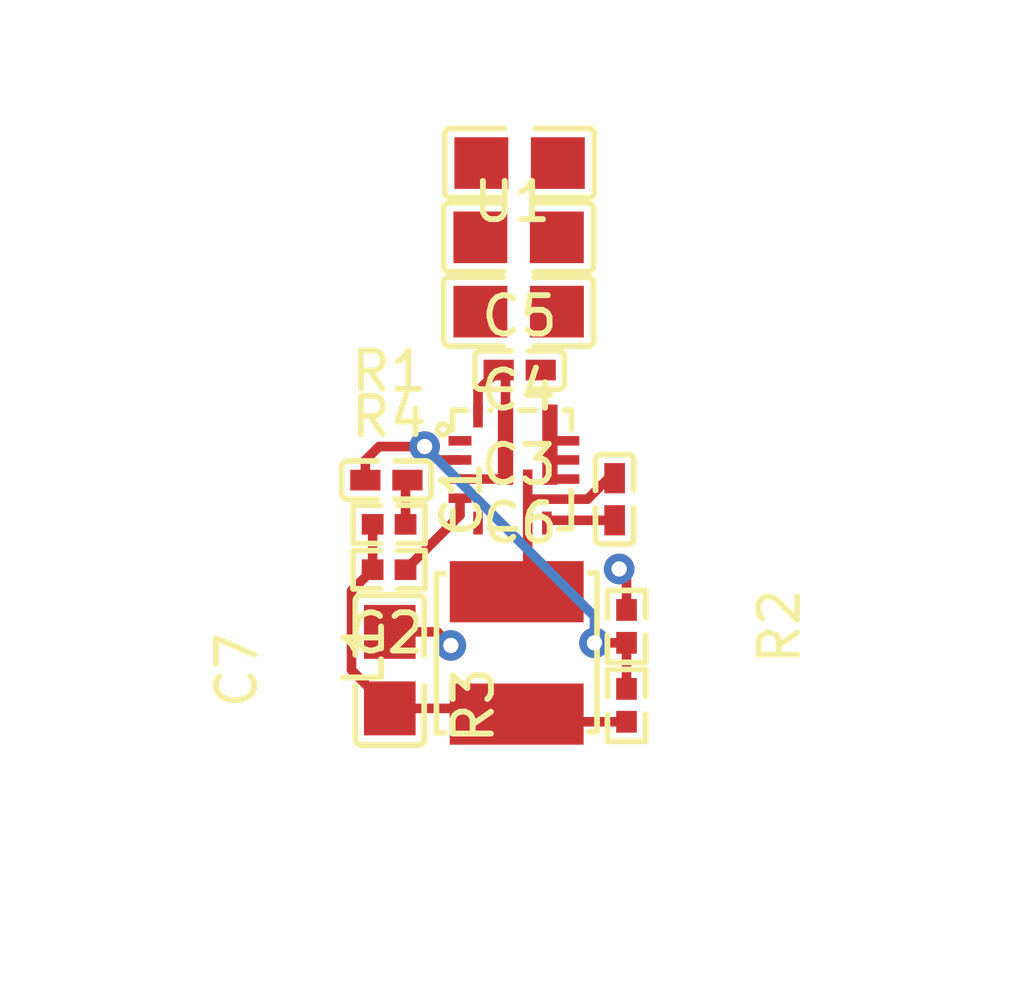
<source format=kicad_pcb>
(kicad_pcb (version 20240108) (generator "pcbnew") (generator_version "8.0")
  (layers (0 "F.Cu" signal) (31 "B.Cu" signal) (34 "B.Paste" user) (35 "F.Paste" user) (36 "B.SilkS" user "B.Silkscreen") (37 "F.SilkS" user "F.Silkscreen") (38 "B.Mask" user) (39 "F.Mask" user) (44 "Edge.Cuts" user))
  (net 0 "")
  (net 1 "net")
  (net 2 "en")
  (net 3 "net-2")
  (net 4 "net-3")
  (net 5 "net-7")
  (net 6 "net-4")
  (net 7 "net-5")
  (net 8 "net-6")
  (net 9 "regulator.footprint.pins[5].net-net")
  (net 10 "net-1")
  (footprint "lcsc:VQFN-HR-10_L3.0-W3.0_RPA" (layer "F.Cu") (at 143 100)
    (property "Reference" "U1" (at 0 -7 0) (layer "F.SilkS"))
    (property "Value" "_Texas_Instruments_TPS56637RPAR")
    (fp_line (start -1.55 -1.55) (end -1.55 -1.05) (stroke (width 0.15)) (layer "F.SilkS"))
    (fp_line (start -1.55 1.06) (end -1.55 1.55) (stroke (width 0.15)) (layer "F.SilkS"))
    (fp_line (start -1.55 1.55) (end -1.2 1.55) (stroke (width 0.15)) (layer "F.SilkS"))
    (fp_line (start -1.2 -1.55) (end -1.55 -1.55) (stroke (width 0.15)) (layer "F.SilkS"))
    (fp_line (start -0.58 1.55) (end 0.11 1.55) (stroke (width 0.15)) (layer "F.SilkS"))
    (fp_line (start -0.55 -1.55) (end -0.58 -1.55) (stroke (width 0.15)) (layer "F.SilkS"))
    (fp_line (start 0.61 -1.55) (end 0.21 -1.55) (stroke (width 0.15)) (layer "F.SilkS"))
    (fp_line (start 1.22 1.55) (end 1.55 1.55) (stroke (width 0.15)) (layer "F.SilkS"))
    (fp_line (start 1.55 -1.55) (end 1.37 -1.55) (stroke (width 0.15)) (layer "F.SilkS"))
    (fp_line (start 1.55 -1.05) (end 1.55 -1.55) (stroke (width 0.15)) (layer "F.SilkS"))
    (fp_line (start 1.55 1.55) (end 1.55 0.56) (stroke (width 0.15)) (layer "F.SilkS"))
    (fp_circle (center -1.8 -1.05) (end -1.73 -1.05) (stroke (width 0.15)) (fill none) (layer "F.SilkS"))
    (fp_text user "${REFERENCE}" (at 0 -7 0) (layer "F.SilkS"))
    (pad "1" smd rect (at -1.36 -0.75) (size 0.6 0.25) (layers "F.Cu" "F.Paste" "F.Mask") (net 2 "en"))
    (pad "2" smd rect (at -1.36 -0.25) (size 0.6 0.25) (layers "F.Cu" "F.Paste" "F.Mask") (net 6 "net-4"))
    (pad "3" smd rect (at -1.36 0.25) (size 0.6 0.25) (layers "F.Cu" "F.Paste" "F.Mask") (net 4 "net-3"))
    (pad "4" smd rect (at -1.36 0.75) (size 0.6 0.25) (layers "F.Cu" "F.Paste" "F.Mask") (net 5 "net-7"))
    (pad "5" smd rect (at -0.89 1.4 270) (size 0.6 0.25) (layers "F.Cu" "F.Paste" "F.Mask") (net 9 "regulator.footprint.pins[5].net-net"))
    (pad "6" smd rect (at 0.41 0.85) (size 0.25 1.7) (layers "F.Cu" "F.Paste" "F.Mask") (net 8 "net-6"))
    (pad "7" smd rect (at 0.91 1.4 270) (size 0.6 0.25) (layers "F.Cu" "F.Paste" "F.Mask") (net 7 "net-5"))
    (pad "8" smd rect (at 0.99 -0.65) (size 0.4 2.1) (layers "F.Cu" "F.Paste" "F.Mask") (net 3 "net-2"))
    (pad "8" smd rect (at 1.36 -0.75) (size 0.8 0.25) (layers "F.Cu" "F.Paste" "F.Mask") (net 3 "net-2"))
    (pad "8" smd rect (at 1.36 -0.25) (size 0.8 0.25) (layers "F.Cu" "F.Paste" "F.Mask") (net 3 "net-2"))
    (pad "8" smd rect (at 1.36 0.25) (size 0.8 0.25) (layers "F.Cu" "F.Paste" "F.Mask") (net 3 "net-2"))
    (pad "9" smd rect (at -0.17 -0.65) (size 0.4 2.1) (layers "F.Cu" "F.Paste" "F.Mask") (net 4 "net-3"))
    (pad "10" smd rect (at -0.89 -1.4 270) (size 0.6 0.25) (layers "F.Cu" "F.Paste" "F.Mask") (net 4 "net-3"))
  )
  (footprint "lcsc:C0805" (layer "F.Cu") (at 139.803588 105.245281 90)
    (property "Reference" "C7" (at 0 -4 90) (layer "F.SilkS"))
    (property "Value" "47µF ±20% 6.3V X5R")
    (fp_line (start 1.81 -0.9) (end 0.4 -0.9) (stroke (width 0.15)) (layer "F.SilkS"))
    (fp_line (start -1.81 -0.9) (end -0.4 -0.9) (stroke (width 0.15)) (layer "F.SilkS"))
    (fp_line (start 1.96 0.75) (end 1.96 -0.75) (stroke (width 0.15)) (layer "F.SilkS"))
    (fp_line (start -1.96 0.75) (end -1.96 -0.75) (stroke (width 0.15)) (layer "F.SilkS"))
    (fp_line (start 0.4 0.9) (end 1.81 0.9) (stroke (width 0.15)) (layer "F.SilkS"))
    (fp_line (start -0.4 0.9) (end -1.81 0.9) (stroke (width 0.15)) (layer "F.SilkS"))
    (fp_arc (start 1.81 -0.9) (mid 1.916066 -0.856066) (end 1.96 -0.75) (stroke (width 0.15)) (layer "F.SilkS"))
    (fp_arc (start -1.96 -0.75) (mid -1.916066 -0.856066) (end -1.81 -0.9) (stroke (width 0.15)) (layer "F.SilkS"))
    (fp_arc (start 1.96 0.75) (mid 1.916066 0.856066) (end 1.81 0.9) (stroke (width 0.15)) (layer "F.SilkS"))
    (fp_arc (start -1.81 0.9) (mid -1.916066 0.856066) (end -1.96 0.75) (stroke (width 0.15)) (layer "F.SilkS"))
    (fp_text user "${REFERENCE}" (at 0 -4 90) (layer "F.SilkS"))
    (pad "1" smd rect (at -1 0 90) (size 1.41 1.35) (layers "F.Cu" "F.Paste" "F.Mask") (net 1 "net"))
    (pad "2" smd rect (at 1 0 90) (size 1.41 1.35) (layers "F.Cu" "F.Paste" "F.Mask") (net 4 "net-3"))
  )
  (footprint "lcsc:C0805" (layer "F.Cu") (at 143.171455 93.929616 180)
    (property "Reference" "C4" (at 0 -4 0) (layer "F.SilkS"))
    (property "Value" "")
    (fp_line (start 1.96 0.75) (end 1.96 -0.75) (stroke (width 0.15)) (layer "F.SilkS"))
    (fp_line (start 1.81 -0.9) (end 0.4 -0.9) (stroke (width 0.15)) (layer "F.SilkS"))
    (fp_line (start 0.4 0.9) (end 1.81 0.9) (stroke (width 0.15)) (layer "F.SilkS"))
    (fp_line (start -0.4 0.9) (end -1.81 0.9) (stroke (width 0.15)) (layer "F.SilkS"))
    (fp_line (start -1.81 -0.9) (end -0.4 -0.9) (stroke (width 0.15)) (layer "F.SilkS"))
    (fp_line (start -1.96 0.75) (end -1.96 -0.75) (stroke (width 0.15)) (layer "F.SilkS"))
    (fp_arc (start 1.96 0.75) (mid 1.916066 0.856066) (end 1.81 0.9) (stroke (width 0.15)) (layer "F.SilkS"))
    (fp_arc (start 1.81 -0.9) (mid 1.916066 -0.856066) (end 1.96 -0.75) (stroke (width 0.15)) (layer "F.SilkS"))
    (fp_arc (start -1.81 0.9) (mid -1.916066 0.856066) (end -1.96 0.75) (stroke (width 0.15)) (layer "F.SilkS"))
    (fp_arc (start -1.96 -0.75) (mid -1.916066 -0.856066) (end -1.81 -0.9) (stroke (width 0.15)) (layer "F.SilkS"))
    (fp_text user "${REFERENCE}" (at 0 -4 0) (layer "F.SilkS"))
    (pad "1" smd rect (at -1 0 180) (size 1.41 1.35) (layers "F.Cu" "F.Paste" "F.Mask") (net 3 "net-2"))
    (pad "2" smd rect (at 1 0 180) (size 1.41 1.35) (layers "F.Cu" "F.Paste" "F.Mask") (net 4 "net-3"))
  )
  (footprint "lcsc:R0402" (layer "F.Cu") (at 145.992678 106.165253 90)
    (property "Reference" "R3" (at 0 -4 90) (layer "F.SilkS"))
    (property "Value" "75kΩ ±5% 62.5mW")
    (fp_line (start 0.94 -0.5) (end 0.23 -0.5) (stroke (width 0.15)) (layer "F.SilkS"))
    (fp_line (start -0.94 -0.5) (end -0.23 -0.5) (stroke (width 0.15)) (layer "F.SilkS"))
    (fp_line (start 0.94 0.5) (end 0.94 -0.5) (stroke (width 0.15)) (layer "F.SilkS"))
    (fp_line (start 0.23 0.5) (end 0.94 0.5) (stroke (width 0.15)) (layer "F.SilkS"))
    (fp_line (start -0.23 0.5) (end -0.94 0.5) (stroke (width 0.15)) (layer "F.SilkS"))
    (fp_line (start -0.94 0.5) (end -0.94 -0.5) (stroke (width 0.15)) (layer "F.SilkS"))
    (fp_text user "${REFERENCE}" (at 0 -4 90) (layer "F.SilkS"))
    (pad "1" smd rect (at -0.43 0 90) (size 0.57 0.54) (layers "F.Cu" "F.Paste" "F.Mask") (net 1 "net"))
    (pad "2" smd rect (at 0.43 0 90) (size 0.57 0.54) (layers "F.Cu" "F.Paste" "F.Mask") (net 6 "net-4"))
  )
  (footprint "lcsc:C0402" (layer "F.Cu") (at 145.682267 100.777325 90)
    (property "Reference" "C1" (at 0 -4 90) (layer "F.SilkS"))
    (property "Value" "")
    (fp_line (start 1.02 -0.5) (end 0.23 -0.5) (stroke (width 0.15)) (layer "F.SilkS"))
    (fp_line (start -1.02 -0.5) (end -0.23 -0.5) (stroke (width 0.15)) (layer "F.SilkS"))
    (fp_line (start 1.17 0.35) (end 1.17 -0.35) (stroke (width 0.15)) (layer "F.SilkS"))
    (fp_line (start -1.17 0.35) (end -1.17 -0.35) (stroke (width 0.15)) (layer "F.SilkS"))
    (fp_line (start 0.23 0.5) (end 1.02 0.5) (stroke (width 0.15)) (layer "F.SilkS"))
    (fp_line (start -0.23 0.5) (end -1.02 0.5) (stroke (width 0.15)) (layer "F.SilkS"))
    (fp_arc (start 1.02 -0.5) (mid 1.126066 -0.456066) (end 1.17 -0.35) (stroke (width 0.15)) (layer "F.SilkS"))
    (fp_arc (start -1.17 -0.35) (mid -1.126066 -0.456066) (end -1.02 -0.5) (stroke (width 0.15)) (layer "F.SilkS"))
    (fp_arc (start 1.17 0.35) (mid 1.126066 0.456066) (end 1.02 0.5) (stroke (width 0.15)) (layer "F.SilkS"))
    (fp_arc (start -1.02 0.5) (mid -1.126066 0.456066) (end -1.17 0.35) (stroke (width 0.15)) (layer "F.SilkS"))
    (fp_text user "${REFERENCE}" (at 0 -4 90) (layer "F.SilkS"))
    (pad "1" smd rect (at -0.55 0 90) (size 0.79 0.54) (layers "F.Cu" "F.Paste" "F.Mask") (net 7 "net-5"))
    (pad "2" smd rect (at 0.55 0 90) (size 0.79 0.54) (layers "F.Cu" "F.Paste" "F.Mask") (net 8 "net-6"))
  )
  (footprint "lcsc:R0402" (layer "F.Cu") (at 139.784841 102.619796)
    (property "Reference" "R4" (at 0 -4 0) (layer "F.SilkS"))
    (property "Value" "100kΩ ±1% 62.5mW")
    (fp_line (start -0.94 -0.5) (end -0.23 -0.5) (stroke (width 0.15)) (layer "F.SilkS"))
    (fp_line (start -0.94 0.5) (end -0.94 -0.5) (stroke (width 0.15)) (layer "F.SilkS"))
    (fp_line (start -0.23 0.5) (end -0.94 0.5) (stroke (width 0.15)) (layer "F.SilkS"))
    (fp_line (start 0.23 0.5) (end 0.94 0.5) (stroke (width 0.15)) (layer "F.SilkS"))
    (fp_line (start 0.94 -0.5) (end 0.23 -0.5) (stroke (width 0.15)) (layer "F.SilkS"))
    (fp_line (start 0.94 0.5) (end 0.94 -0.5) (stroke (width 0.15)) (layer "F.SilkS"))
    (fp_text user "${REFERENCE}" (at 0 -4 0) (layer "F.SilkS"))
    (pad "1" smd rect (at -0.43 0) (size 0.57 0.54) (layers "F.Cu" "F.Paste" "F.Mask") (net 1 "net"))
    (pad "2" smd rect (at 0.43 0) (size 0.57 0.54) (layers "F.Cu" "F.Paste" "F.Mask") (net 5 "net-7"))
  )
  (footprint "lcsc:R0402" (layer "F.Cu") (at 145.993519 104.101574 -90)
    (property "Reference" "R2" (at 0 -4 90) (layer "F.SilkS"))
    (property "Value" "10kΩ ±1% 62.5mW")
    (fp_line (start -0.94 0.5) (end -0.94 -0.5) (stroke (width 0.15)) (layer "F.SilkS"))
    (fp_line (start -0.23 0.5) (end -0.94 0.5) (stroke (width 0.15)) (layer "F.SilkS"))
    (fp_line (start 0.23 0.5) (end 0.94 0.5) (stroke (width 0.15)) (layer "F.SilkS"))
    (fp_line (start 0.94 0.5) (end 0.94 -0.5) (stroke (width 0.15)) (layer "F.SilkS"))
    (fp_line (start -0.94 -0.5) (end -0.23 -0.5) (stroke (width 0.15)) (layer "F.SilkS"))
    (fp_line (start 0.94 -0.5) (end 0.23 -0.5) (stroke (width 0.15)) (layer "F.SilkS"))
    (fp_text user "${REFERENCE}" (at 0 -4 90) (layer "F.SilkS"))
    (pad "1" smd rect (at -0.43 0 270) (size 0.57 0.54) (layers "F.Cu" "F.Paste" "F.Mask") (net 4 "net-3"))
    (pad "2" smd rect (at 0.43 0 270) (size 0.57 0.54) (layers "F.Cu" "F.Paste" "F.Mask") (net 6 "net-4"))
  )
  (footprint "lcsc:R0402" (layer "F.Cu") (at 139.78575 101.4343)
    (property "Reference" "R1" (at 0 -4 0) (layer "F.SilkS"))
    (property "Value" "20kΩ ±1% 62.5mW")
    (fp_line (start -0.94 -0.5) (end -0.23 -0.5) (stroke (width 0.15)) (layer "F.SilkS"))
    (fp_line (start -0.94 0.5) (end -0.94 -0.5) (stroke (width 0.15)) (layer "F.SilkS"))
    (fp_line (start -0.23 0.5) (end -0.94 0.5) (stroke (width 0.15)) (layer "F.SilkS"))
    (fp_line (start 0.23 0.5) (end 0.94 0.5) (stroke (width 0.15)) (layer "F.SilkS"))
    (fp_line (start 0.94 -0.5) (end 0.23 -0.5) (stroke (width 0.15)) (layer "F.SilkS"))
    (fp_line (start 0.94 0.5) (end 0.94 -0.5) (stroke (width 0.15)) (layer "F.SilkS"))
    (fp_text user "${REFERENCE}" (at 0 -4 0) (layer "F.SilkS"))
    (pad "1" smd rect (at -0.43 0) (size 0.57 0.54) (layers "F.Cu" "F.Paste" "F.Mask") (net 1 "net"))
    (pad "2" smd rect (at 0.43 0) (size 0.57 0.54) (layers "F.Cu" "F.Paste" "F.Mask") (net 10 "net-1"))
  )
  (footprint "lcsc:IND-SMD_L4.0-W4.0" (layer "F.Cu") (at 143.121924 104.794587 90)
    (property "Reference" "L1" (at 0 -4 90) (layer "F.SilkS"))
    (property "Value" "3.3µH ±20% 4A 73mΩ")
    (fp_line (start 2.08 -2.1) (end -2.09 -2.1) (stroke (width 0.15)) (layer "F.SilkS"))
    (fp_line (start -2.09 -2.1) (end -2.09 -1.88) (stroke (width 0.15)) (layer "F.SilkS"))
    (fp_line (start 2.07 -1.9) (end 2.08 -2.1) (stroke (width 0.15)) (layer "F.SilkS"))
    (fp_line (start -2.06 1.89) (end -2.06 2.1) (stroke (width 0.15)) (layer "F.SilkS"))
    (fp_line (start 2.09 2.1) (end 2.09 1.9) (stroke (width 0.15)) (layer "F.SilkS"))
    (fp_line (start -2.06 2.1) (end 2.09 2.1) (stroke (width 0.15)) (layer "F.SilkS"))
    (fp_text user "${REFERENCE}" (at 0 -4 90) (layer "F.SilkS"))
    (pad "1" smd rect (at -1.6 0 90) (size 1.6 3.5) (layers "F.Cu" "F.Paste" "F.Mask") (net 1 "net"))
    (pad "2" smd rect (at 1.6 0 90) (size 1.6 3.5) (layers "F.Cu" "F.Paste" "F.Mask") (net 8 "net-6"))
  )
  (footprint "lcsc:C0805" (layer "F.Cu") (at 143.197158 91.988451 180)
    (property "Reference" "C5" (at 0 -4 0) (layer "F.SilkS"))
    (property "Value" "")
    (fp_line (start 1.96 0.75) (end 1.96 -0.75) (stroke (width 0.15)) (layer "F.SilkS"))
    (fp_line (start 1.81 -0.9) (end 0.4 -0.9) (stroke (width 0.15)) (layer "F.SilkS"))
    (fp_line (start 0.4 0.9) (end 1.81 0.9) (stroke (width 0.15)) (layer "F.SilkS"))
    (fp_line (start -0.4 0.9) (end -1.81 0.9) (stroke (width 0.15)) (layer "F.SilkS"))
    (fp_line (start -1.81 -0.9) (end -0.4 -0.9) (stroke (width 0.15)) (layer "F.SilkS"))
    (fp_line (start -1.96 0.75) (end -1.96 -0.75) (stroke (width 0.15)) (layer "F.SilkS"))
    (fp_arc (start 1.96 0.75) (mid 1.916066 0.856066) (end 1.81 0.9) (stroke (width 0.15)) (layer "F.SilkS"))
    (fp_arc (start 1.81 -0.9) (mid 1.916066 -0.856066) (end 1.96 -0.75) (stroke (width 0.15)) (layer "F.SilkS"))
    (fp_arc (start -1.81 0.9) (mid -1.916066 0.856066) (end -1.96 0.75) (stroke (width 0.15)) (layer "F.SilkS"))
    (fp_arc (start -1.96 -0.75) (mid -1.916066 -0.856066) (end -1.81 -0.9) (stroke (width 0.15)) (layer "F.SilkS"))
    (fp_text user "${REFERENCE}" (at 0 -4 0) (layer "F.SilkS"))
    (pad "1" smd rect (at -1 0 180) (size 1.41 1.35) (layers "F.Cu" "F.Paste" "F.Mask") (net 3 "net-2"))
    (pad "2" smd rect (at 1 0 180) (size 1.41 1.35) (layers "F.Cu" "F.Paste" "F.Mask") (net 4 "net-3"))
  )
  (footprint "lcsc:C0402" (layer "F.Cu") (at 139.714577 100.277746 180)
    (property "Reference" "C2" (at 0 -4 0) (layer "F.SilkS"))
    (property "Value" "100pF ±5% 50V C0G")
    (fp_line (start 1.17 0.35) (end 1.17 -0.35) (stroke (width 0.15)) (layer "F.SilkS"))
    (fp_line (start 1.02 -0.5) (end 0.23 -0.5) (stroke (width 0.15)) (layer "F.SilkS"))
    (fp_line (start 0.23 0.5) (end 1.02 0.5) (stroke (width 0.15)) (layer "F.SilkS"))
    (fp_line (start -0.23 0.5) (end -1.02 0.5) (stroke (width 0.15)) (layer "F.SilkS"))
    (fp_line (start -1.02 -0.5) (end -0.23 -0.5) (stroke (width 0.15)) (layer "F.SilkS"))
    (fp_line (start -1.17 0.35) (end -1.17 -0.35) (stroke (width 0.15)) (layer "F.SilkS"))
    (fp_arc (start 1.17 0.35) (mid 1.126066 0.456066) (end 1.02 0.5) (stroke (width 0.15)) (layer "F.SilkS"))
    (fp_arc (start 1.02 -0.5) (mid 1.126066 -0.456066) (end 1.17 -0.35) (stroke (width 0.15)) (layer "F.SilkS"))
    (fp_arc (start -1.02 0.5) (mid -1.126066 0.456066) (end -1.17 0.35) (stroke (width 0.15)) (layer "F.SilkS"))
    (fp_arc (start -1.17 -0.35) (mid -1.126066 -0.456066) (end -1.02 -0.5) (stroke (width 0.15)) (layer "F.SilkS"))
    (fp_text user "${REFERENCE}" (at 0 -4 0) (layer "F.SilkS"))
    (pad "1" smd rect (at -0.55 0 180) (size 0.79 0.54) (layers "F.Cu" "F.Paste" "F.Mask") (net 10 "net-1"))
    (pad "2" smd rect (at 0.55 0 180) (size 0.79 0.54) (layers "F.Cu" "F.Paste" "F.Mask") (net 6 "net-4"))
  )
  (footprint "lcsc:C0805" (layer "F.Cu") (at 143.172932 95.873089 180)
    (property "Reference" "C3" (at 0 -4 0) (layer "F.SilkS"))
    (property "Value" "4.7µF ±10% 25V X5R")
    (fp_line (start 1.96 0.75) (end 1.96 -0.75) (stroke (width 0.15)) (layer "F.SilkS"))
    (fp_line (start 1.81 -0.9) (end 0.4 -0.9) (stroke (width 0.15)) (layer "F.SilkS"))
    (fp_line (start 0.4 0.9) (end 1.81 0.9) (stroke (width 0.15)) (layer "F.SilkS"))
    (fp_line (start -0.4 0.9) (end -1.81 0.9) (stroke (width 0.15)) (layer "F.SilkS"))
    (fp_line (start -1.81 -0.9) (end -0.4 -0.9) (stroke (width 0.15)) (layer "F.SilkS"))
    (fp_line (start -1.96 0.75) (end -1.96 -0.75) (stroke (width 0.15)) (layer "F.SilkS"))
    (fp_arc (start 1.96 0.75) (mid 1.916066 0.856066) (end 1.81 0.9) (stroke (width 0.15)) (layer "F.SilkS"))
    (fp_arc (start 1.81 -0.9) (mid 1.916066 -0.856066) (end 1.96 -0.75) (stroke (width 0.15)) (layer "F.SilkS"))
    (fp_arc (start -1.81 0.9) (mid -1.916066 0.856066) (end -1.96 0.75) (stroke (width 0.15)) (layer "F.SilkS"))
    (fp_arc (start -1.96 -0.75) (mid -1.916066 -0.856066) (end -1.81 -0.9) (stroke (width 0.15)) (layer "F.SilkS"))
    (fp_text user "${REFERENCE}" (at 0 -4 0) (layer "F.SilkS"))
    (pad "1" smd rect (at -1 0 180) (size 1.41 1.35) (layers "F.Cu" "F.Paste" "F.Mask") (net 3 "net-2"))
    (pad "2" smd rect (at 1 0 180) (size 1.41 1.35) (layers "F.Cu" "F.Paste" "F.Mask") (net 4 "net-3"))
  )
  (footprint "lcsc:C0402" (layer "F.Cu") (at 143.2 97.4 180)
    (property "Reference" "C6" (at 0 -4 0) (layer "F.SilkS"))
    (property "Value" "100nF ±10% 16V X7R")
    (fp_line (start 1.17 0.35) (end 1.17 -0.35) (stroke (width 0.15)) (layer "F.SilkS"))
    (fp_line (start 1.02 -0.5) (end 0.23 -0.5) (stroke (width 0.15)) (layer "F.SilkS"))
    (fp_line (start 0.23 0.5) (end 1.02 0.5) (stroke (width 0.15)) (layer "F.SilkS"))
    (fp_line (start -0.23 0.5) (end -1.02 0.5) (stroke (width 0.15)) (layer "F.SilkS"))
    (fp_line (start -1.02 -0.5) (end -0.23 -0.5) (stroke (width 0.15)) (layer "F.SilkS"))
    (fp_line (start -1.17 0.35) (end -1.17 -0.35) (stroke (width 0.15)) (layer "F.SilkS"))
    (fp_arc (start 1.17 0.35) (mid 1.126066 0.456066) (end 1.02 0.5) (stroke (width 0.15)) (layer "F.SilkS"))
    (fp_arc (start 1.02 -0.5) (mid 1.126066 -0.456066) (end 1.17 -0.35) (stroke (width 0.15)) (layer "F.SilkS"))
    (fp_arc (start -1.02 0.5) (mid -1.126066 0.456066) (end -1.17 0.35) (stroke (width 0.15)) (layer "F.SilkS"))
    (fp_arc (start -1.17 -0.35) (mid -1.126066 -0.456066) (end -1.02 -0.5) (stroke (width 0.15)) (layer "F.SilkS"))
    (fp_text user "${REFERENCE}" (at 0 -4 0) (layer "F.SilkS"))
    (pad "1" smd rect (at -0.55 0 180) (size 0.79 0.54) (layers "F.Cu" "F.Paste" "F.Mask") (net 3 "net-2"))
    (pad "2" smd rect (at 0.55 0 180) (size 0.79 0.54) (layers "F.Cu" "F.Paste" "F.Mask") (net 4 "net-3"))
  )
  (segment (start 139.35575 101.4343) (end 139.35575 102.618887) (width 0.25) (layer "F.Cu") (net 1))
  (segment (start 145.992678 106.595253) (end 143.32259 106.595253) (width 0.25) (layer "F.Cu") (net 1))
  (segment (start 139.803588 106.245281) (end 138.803588 105.245281) (width 0.25) (layer "F.Cu") (net 1))
  (segment (start 139.803588 106.245281) (end 142.972618 106.245281) (width 0.25) (layer "F.Cu") (net 1))
  (segment (start 138.803588 103.171049) (end 139.354841 102.619796) (width 0.25) (layer "F.Cu") (net 1))
  (segment (start 138.803588 105.245281) (end 138.803588 103.171049) (width 0.25) (layer "F.Cu") (net 1))
  (segment (start 142.972618 106.245281) (end 143.121924 106.394587) (width 0.25) (layer "F.Cu") (net 1))
  (segment (start 143.32259 106.595253) (end 143.121924 106.394587) (width 0.25) (layer "F.Cu") (net 1))
  (segment (start 139.35575 102.618887) (end 139.354841 102.619796) (width 0.25) (layer "F.Cu") (net 1))
  (segment (start 139.803588 104.245281) (end 141.045281 104.245281) (width 0.25) (layer "F.Cu") (net 4))
  (segment (start 142.11 98.6) (end 142.11 97.94) (width 0.25) (layer "F.Cu") (net 4))
  (segment (start 145.993519 103.671574) (end 145.993519 102.793519) (width 0.25) (layer "F.Cu") (net 4))
  (segment (start 142.83 100.200832) (end 142.83 99.35) (width 0.25) (layer "F.Cu") (net 4))
  (segment (start 141.045281 104.245281) (end 141.4 104.6) (width 0.25) (layer "F.Cu") (net 4))
  (segment (start 142.83 99.35) (end 142.83 97.58) (width 0.25) (layer "F.Cu") (net 4))
  (segment (start 142.780832 100.25) (end 142.83 100.200832) (width 0.25) (layer "F.Cu") (net 4))
  (segment (start 142.83 97.58) (end 142.65 97.4) (width 0.25) (layer "F.Cu") (net 4))
  (segment (start 141.64 100.25) (end 142.780832 100.25) (width 0.25) (layer "F.Cu") (net 4))
  (segment (start 142.11 97.94) (end 142.65 97.4) (width 0.25) (layer "F.Cu") (net 4))
  (segment (start 145.993519 102.793519) (end 145.8 102.6) (width 0.25) (layer "F.Cu") (net 4))
  (via (at 145.8 102.6) (size 0.8) (drill 0.4) (layers "F.Cu" "B.Cu") (net 4))
  (via (at 141.4 104.6) (size 0.8) (drill 0.4) (layers "F.Cu" "B.Cu") (net 4))
  (segment (start 141.64 100.75) (end 141.64 101.194637) (width 0.25) (layer "F.Cu") (net 5))
  (segment (start 141.64 101.194637) (end 140.214841 102.619796) (width 0.25) (layer "F.Cu") (net 5))
  (segment (start 145.993519 105.734412) (end 145.992678 105.735253) (width 0.25) (layer "F.Cu") (net 6))
  (segment (start 141.065 99.75) (end 141.64 99.75) (width 0.25) (layer "F.Cu") (net 6))
  (segment (start 139.522323 99.4) (end 140.715 99.4) (width 0.25) (layer "F.Cu") (net 6))
  (segment (start 139.164577 99.757746) (end 139.522323 99.4) (width 0.25) (layer "F.Cu") (net 6))
  (segment (start 140.715 99.4) (end 141.065 99.75) (width 0.25) (layer "F.Cu") (net 6))
  (segment (start 139.164577 100.277746) (end 139.164577 99.757746) (width 0.25) (layer "F.Cu") (net 6))
  (segment (start 145.993519 104.531574) (end 145.993519 105.734412) (width 0.25) (layer "F.Cu") (net 6))
  (segment (start 145.154676 104.531574) (end 145.993519 104.531574) (width 0.25) (layer "F.Cu") (net 6))
  (via (at 140.715 99.4) (size 0.8) (drill 0.4) (layers "F.Cu" "B.Cu") (net 6))
  (via (at 145.154676 104.531574) (size 0.8) (drill 0.4) (layers "F.Cu" "B.Cu") (net 6))
  (segment (start 145.154676 104.531574) (end 145.154676 103.839676) (width 0.25) (layer "B.Cu") (net 6))
  (segment (start 145.154676 103.839676) (end 140.715 99.4) (width 0.25) (layer "B.Cu") (net 6))
  (segment (start 143.982675 101.327325) (end 143.91 101.4) (width 0.25) (layer "F.Cu") (net 7))
  (segment (start 145.682267 101.327325) (end 143.982675 101.327325) (width 0.25) (layer "F.Cu") (net 7))
  (segment (start 143.41 100.85) (end 143.41 102.906511) (width 0.25) (layer "F.Cu") (net 8))
  (segment (start 143.41 100.85) (end 143.485 100.775) (width 0.25) (layer "F.Cu") (net 8))
  (segment (start 144.975 100.775) (end 145.522675 100.227325) (width 0.25) (layer "F.Cu") (net 8))
  (segment (start 143.41 102.906511) (end 143.121924 103.194587) (width 0.25) (layer "F.Cu") (net 8))
  (segment (start 145.522675 100.227325) (end 145.682267 100.227325) (width 0.25) (layer "F.Cu") (net 8))
  (segment (start 143.485 100.775) (end 144.975 100.775) (width 0.25) (layer "F.Cu") (net 8))
  (segment (start 140.21575 101.4343) (end 140.21575 100.326573) (width 0.25) (layer "F.Cu") (net 10))
  (segment (start 140.21575 100.326573) (end 140.264577 100.277746) (width 0.25) (layer "F.Cu") (net 10))
)
</source>
